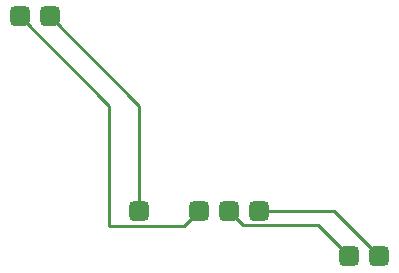
<source format=gbr>
%TF.GenerationSoftware,KiCad,Pcbnew,(6.0.9-0)*%
%TF.CreationDate,2023-05-11T14:50:20+10:00*%
%TF.ProjectId,Feather M0 Temp Sensor,46656174-6865-4722-904d-302054656d70,rev?*%
%TF.SameCoordinates,Original*%
%TF.FileFunction,Copper,L1,Top*%
%TF.FilePolarity,Positive*%
%FSLAX46Y46*%
G04 Gerber Fmt 4.6, Leading zero omitted, Abs format (unit mm)*
G04 Created by KiCad (PCBNEW (6.0.9-0)) date 2023-05-11 14:50:20*
%MOMM*%
%LPD*%
G01*
G04 APERTURE LIST*
G04 Aperture macros list*
%AMRoundRect*
0 Rectangle with rounded corners*
0 $1 Rounding radius*
0 $2 $3 $4 $5 $6 $7 $8 $9 X,Y pos of 4 corners*
0 Add a 4 corners polygon primitive as box body*
4,1,4,$2,$3,$4,$5,$6,$7,$8,$9,$2,$3,0*
0 Add four circle primitives for the rounded corners*
1,1,$1+$1,$2,$3*
1,1,$1+$1,$4,$5*
1,1,$1+$1,$6,$7*
1,1,$1+$1,$8,$9*
0 Add four rect primitives between the rounded corners*
20,1,$1+$1,$2,$3,$4,$5,0*
20,1,$1+$1,$4,$5,$6,$7,0*
20,1,$1+$1,$6,$7,$8,$9,0*
20,1,$1+$1,$8,$9,$2,$3,0*%
G04 Aperture macros list end*
%TA.AperFunction,ComponentPad*%
%ADD10RoundRect,0.425000X0.425000X-0.425000X0.425000X0.425000X-0.425000X0.425000X-0.425000X-0.425000X0*%
%TD*%
%TA.AperFunction,ComponentPad*%
%ADD11RoundRect,0.425000X-0.425000X0.425000X-0.425000X-0.425000X0.425000X-0.425000X0.425000X0.425000X0*%
%TD*%
%TA.AperFunction,Conductor*%
%ADD12C,0.250000*%
%TD*%
G04 APERTURE END LIST*
D10*
%TO.P,GND,1,GND*%
%TO.N,Net-(U1-Pad3)*%
X99075000Y-55855000D03*
%TO.P,GND,2,A0*%
%TO.N,Net-(U1-Pad5)*%
X101615000Y-55855000D03*
%TD*%
D11*
%TO.P,SDA,1,SDA*%
%TO.N,Net-(J2-Pad1)*%
X119380000Y-72390000D03*
%TO.P,SDA,2,SCL*%
%TO.N,Net-(J2-Pad2)*%
X116840000Y-72390000D03*
%TO.P,SDA,3,GND*%
%TO.N,Net-(U1-Pad3)*%
X114300000Y-72390000D03*
%TO.P,SDA,5,VIN*%
%TO.N,Net-(U1-Pad5)*%
X109220000Y-72390000D03*
%TD*%
%TO.P,SDA,1,SDA*%
%TO.N,Net-(J2-Pad1)*%
X129540000Y-76200000D03*
%TO.P,SDA,2,SCL*%
%TO.N,Net-(J2-Pad2)*%
X127000000Y-76200000D03*
%TD*%
D12*
%TO.N,Net-(J2-Pad1)*%
X119380000Y-72390000D02*
X125730000Y-72390000D01*
X125730000Y-72390000D02*
X129540000Y-76200000D01*
%TO.N,Net-(U1-Pad3)*%
X106680000Y-63460000D02*
X99075000Y-55855000D01*
X113030000Y-73660000D02*
X106680000Y-73660000D01*
X106680000Y-73660000D02*
X106680000Y-63460000D01*
X114300000Y-72390000D02*
X113030000Y-73660000D01*
%TO.N,Net-(U1-Pad5)*%
X109220000Y-72390000D02*
X109220000Y-63460000D01*
X109220000Y-63460000D02*
X101615000Y-55855000D01*
%TO.N,Net-(J2-Pad2)*%
X124365000Y-73565000D02*
X127000000Y-76200000D01*
X116840000Y-72390000D02*
X118015000Y-73565000D01*
X118015000Y-73565000D02*
X124365000Y-73565000D01*
%TD*%
M02*

</source>
